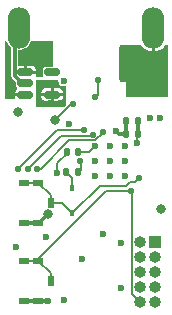
<source format=gbl>
G04 #@! TF.GenerationSoftware,KiCad,Pcbnew,(6.0.4-0)*
G04 #@! TF.CreationDate,2022-05-04T20:04:51-04:00*
G04 #@! TF.ProjectId,pico_ducky_pcb,7069636f-5f64-4756-936b-795f7063622e,rev?*
G04 #@! TF.SameCoordinates,Original*
G04 #@! TF.FileFunction,Copper,L4,Bot*
G04 #@! TF.FilePolarity,Positive*
%FSLAX46Y46*%
G04 Gerber Fmt 4.6, Leading zero omitted, Abs format (unit mm)*
G04 Created by KiCad (PCBNEW (6.0.4-0)) date 2022-05-04 20:04:51*
%MOMM*%
%LPD*%
G01*
G04 APERTURE LIST*
G04 Aperture macros list*
%AMRoundRect*
0 Rectangle with rounded corners*
0 $1 Rounding radius*
0 $2 $3 $4 $5 $6 $7 $8 $9 X,Y pos of 4 corners*
0 Add a 4 corners polygon primitive as box body*
4,1,4,$2,$3,$4,$5,$6,$7,$8,$9,$2,$3,0*
0 Add four circle primitives for the rounded corners*
1,1,$1+$1,$2,$3*
1,1,$1+$1,$4,$5*
1,1,$1+$1,$6,$7*
1,1,$1+$1,$8,$9*
0 Add four rect primitives between the rounded corners*
20,1,$1+$1,$2,$3,$4,$5,0*
20,1,$1+$1,$4,$5,$6,$7,0*
20,1,$1+$1,$6,$7,$8,$9,0*
20,1,$1+$1,$8,$9,$2,$3,0*%
G04 Aperture macros list end*
G04 #@! TA.AperFunction,ComponentPad*
%ADD10C,0.600000*%
G04 #@! TD*
G04 #@! TA.AperFunction,ComponentPad*
%ADD11O,1.900000X3.500000*%
G04 #@! TD*
G04 #@! TA.AperFunction,SMDPad,CuDef*
%ADD12R,0.812800X0.508000*%
G04 #@! TD*
G04 #@! TA.AperFunction,SMDPad,CuDef*
%ADD13R,0.508000X0.889000*%
G04 #@! TD*
G04 #@! TA.AperFunction,SMDPad,CuDef*
%ADD14RoundRect,0.150000X-0.512500X-0.150000X0.512500X-0.150000X0.512500X0.150000X-0.512500X0.150000X0*%
G04 #@! TD*
G04 #@! TA.AperFunction,SMDPad,CuDef*
%ADD15RoundRect,0.140000X0.140000X0.170000X-0.140000X0.170000X-0.140000X-0.170000X0.140000X-0.170000X0*%
G04 #@! TD*
G04 #@! TA.AperFunction,SMDPad,CuDef*
%ADD16R,0.450000X0.600000*%
G04 #@! TD*
G04 #@! TA.AperFunction,SMDPad,CuDef*
%ADD17RoundRect,0.135000X0.135000X0.185000X-0.135000X0.185000X-0.135000X-0.185000X0.135000X-0.185000X0*%
G04 #@! TD*
G04 #@! TA.AperFunction,ComponentPad*
%ADD18R,1.000000X1.000000*%
G04 #@! TD*
G04 #@! TA.AperFunction,ComponentPad*
%ADD19O,1.000000X1.000000*%
G04 #@! TD*
G04 #@! TA.AperFunction,ViaPad*
%ADD20C,0.600000*%
G04 #@! TD*
G04 #@! TA.AperFunction,ViaPad*
%ADD21C,0.800000*%
G04 #@! TD*
G04 #@! TA.AperFunction,ViaPad*
%ADD22C,0.550000*%
G04 #@! TD*
G04 #@! TA.AperFunction,Conductor*
%ADD23C,0.300000*%
G04 #@! TD*
G04 #@! TA.AperFunction,Conductor*
%ADD24C,0.200000*%
G04 #@! TD*
G04 #@! TA.AperFunction,Conductor*
%ADD25C,0.150000*%
G04 #@! TD*
G04 APERTURE END LIST*
D10*
X89000000Y-55675000D03*
X90275000Y-54400000D03*
X89000000Y-53125000D03*
X90275000Y-53125000D03*
X90275000Y-55675000D03*
X89000000Y-54400000D03*
X87725000Y-55675000D03*
X87725000Y-53125000D03*
X87725000Y-54400000D03*
D11*
X81300000Y-43100000D03*
X92700000Y-43100000D03*
D12*
X81754201Y-59600002D03*
X81754201Y-56199998D03*
X82954199Y-56199998D03*
D13*
X84004199Y-57900000D03*
D12*
X82954199Y-59600002D03*
D14*
X81862500Y-48750000D03*
X81862500Y-47800000D03*
X81862500Y-46850000D03*
X84137500Y-46850000D03*
X84137500Y-48750000D03*
D15*
X91380000Y-52100000D03*
X90420000Y-52100000D03*
X91380000Y-51000000D03*
X90420000Y-51000000D03*
D16*
X85850000Y-58800000D03*
X85850000Y-56700000D03*
D12*
X81754201Y-66250002D03*
X81754201Y-62849998D03*
X82954199Y-62849998D03*
D13*
X84004199Y-64550000D03*
D12*
X82954199Y-66250002D03*
D17*
X86360000Y-55300000D03*
X85340000Y-55300000D03*
D15*
X86330000Y-53600000D03*
X85370000Y-53600000D03*
D18*
X92860000Y-61200000D03*
D19*
X91590000Y-61200000D03*
X92860000Y-62470000D03*
X91590000Y-62470000D03*
X92860000Y-63740000D03*
X91590000Y-63740000D03*
X92860000Y-65010000D03*
X91590000Y-65010000D03*
X92860000Y-66280000D03*
X91590000Y-66280000D03*
D20*
X86650000Y-62700000D03*
X85100000Y-66150000D03*
D21*
X92750000Y-46000000D03*
X91500000Y-46000000D03*
X83800000Y-58850000D03*
D20*
X83800000Y-66250000D03*
X81070000Y-61700000D03*
X89950000Y-65100000D03*
D21*
X81200000Y-50200000D03*
D20*
X85100000Y-47600000D03*
X91350000Y-52850000D03*
D21*
X92750000Y-47750000D03*
X91500000Y-47750000D03*
D20*
X89980000Y-61300000D03*
D21*
X80700000Y-48300000D03*
X82200000Y-45300000D03*
D20*
X84900000Y-49500000D03*
X88480000Y-60600000D03*
X83200000Y-49500000D03*
X84050000Y-49500000D03*
X93300000Y-50700000D03*
X89575000Y-51875000D03*
X92450000Y-50700000D03*
X85575000Y-51275000D03*
X84550000Y-55400000D03*
D21*
X93310000Y-58460000D03*
D20*
X83650000Y-60800000D03*
D22*
X86870000Y-51790000D03*
X81250000Y-55050000D03*
X91500000Y-55800000D03*
X85870000Y-49550000D03*
D21*
X84353008Y-50895359D03*
D22*
X86450000Y-54400000D03*
X90800000Y-56900000D03*
X82850000Y-55050000D03*
X88400000Y-51900000D03*
X82050000Y-55050000D03*
X87600000Y-52170000D03*
X87800000Y-49000000D03*
X88000000Y-47500000D03*
D23*
X81759321Y-66255122D02*
X83794878Y-66255122D01*
D24*
X87250000Y-53600000D02*
X87725000Y-53125000D01*
D23*
X91380000Y-51000000D02*
X91380000Y-52100000D01*
X81584994Y-47800000D02*
X80950480Y-47165486D01*
D24*
X86170000Y-53600000D02*
X87250000Y-53600000D01*
D23*
X83794878Y-66255122D02*
X83800000Y-66250000D01*
X80950480Y-47165486D02*
X80950480Y-43449520D01*
D24*
X91330000Y-52100000D02*
X91330000Y-52830000D01*
D23*
X83049998Y-59600002D02*
X83800000Y-58850000D01*
D24*
X91330000Y-52830000D02*
X91350000Y-52850000D01*
D23*
X81759321Y-59605122D02*
X82949079Y-59605122D01*
X90420000Y-52100000D02*
X89800000Y-52100000D01*
X89800000Y-52100000D02*
X89575000Y-51875000D01*
D24*
X85530000Y-53600000D02*
X84550000Y-54580000D01*
D23*
X90420000Y-51000000D02*
X90420000Y-52100000D01*
D24*
X84550000Y-54580000D02*
X84550000Y-55400000D01*
D25*
X85340000Y-55300000D02*
X85850000Y-55810000D01*
X85850000Y-55810000D02*
X85850000Y-56700000D01*
X81250000Y-55050000D02*
X84510000Y-51790000D01*
X84510000Y-51790000D02*
X86870000Y-51790000D01*
X84950000Y-57900000D02*
X85850000Y-58800000D01*
X84004199Y-57249998D02*
X84004199Y-57900000D01*
X91150489Y-56149511D02*
X90750489Y-56149511D01*
X84004199Y-57900000D02*
X84950000Y-57900000D01*
X91500000Y-55800000D02*
X91150489Y-56149511D01*
X81754201Y-56199998D02*
X82954199Y-56199998D01*
X82954199Y-56199998D02*
X84004199Y-57249998D01*
X90400000Y-56500000D02*
X88150000Y-56500000D01*
X88150000Y-56500000D02*
X85850000Y-58800000D01*
X90750489Y-56149511D02*
X90400000Y-56500000D01*
X86550000Y-54400000D02*
X86550000Y-55110000D01*
X85870000Y-49550000D02*
X85698367Y-49550000D01*
X85698367Y-49550000D02*
X84353008Y-50895359D01*
X90915489Y-57015489D02*
X90800000Y-56900000D01*
X91590000Y-66280000D02*
X90915489Y-65605489D01*
X88700000Y-56900000D02*
X90800000Y-56900000D01*
X82954199Y-62849998D02*
X84004199Y-63899998D01*
X81754201Y-62849998D02*
X82954199Y-62849998D01*
X82954199Y-62849998D02*
X82954199Y-62645801D01*
X90915489Y-65605489D02*
X90915489Y-57015489D01*
X82954199Y-62645801D02*
X88700000Y-56900000D01*
X84004199Y-63899998D02*
X84004199Y-64550000D01*
X82850000Y-55050000D02*
X83150000Y-55050000D01*
X85580489Y-52619511D02*
X87786195Y-52619511D01*
X83150000Y-55050000D02*
X85580489Y-52619511D01*
X87786195Y-52619511D02*
X88400000Y-52005706D01*
X88400000Y-52005706D02*
X88400000Y-51900000D01*
X82050000Y-55050000D02*
X84860489Y-52239511D01*
X87530489Y-52239511D02*
X87600000Y-52170000D01*
X84860489Y-52239511D02*
X87530489Y-52239511D01*
X88000000Y-48800000D02*
X88000000Y-47500000D01*
X87800000Y-49000000D02*
X88000000Y-48800000D01*
G04 #@! TA.AperFunction,Conductor*
G36*
X91666676Y-44528427D02*
G01*
X91668438Y-44530888D01*
X91668507Y-44530846D01*
X91669346Y-44532215D01*
X91801102Y-44708659D01*
X91801809Y-44709445D01*
X91963520Y-44858928D01*
X91964364Y-44859576D01*
X92150601Y-44977082D01*
X92151550Y-44977566D01*
X92356088Y-45059168D01*
X92357102Y-45059469D01*
X92570718Y-45101959D01*
X92572464Y-45101612D01*
X92573000Y-45100809D01*
X92573000Y-44525000D01*
X92827000Y-44525000D01*
X92827000Y-45097583D01*
X92827682Y-45099228D01*
X92828645Y-45099627D01*
X93012423Y-45068048D01*
X93013455Y-45067772D01*
X93220058Y-44991552D01*
X93221015Y-44991095D01*
X93410266Y-44878502D01*
X93411126Y-44877878D01*
X93576686Y-44732685D01*
X93577428Y-44731902D01*
X93713751Y-44558979D01*
X93714336Y-44558078D01*
X93728450Y-44531252D01*
X93735335Y-44525526D01*
X93738804Y-44525000D01*
X93818461Y-44525000D01*
X93821489Y-44525399D01*
X93890828Y-44543978D01*
X93897932Y-44549429D01*
X93899500Y-44555279D01*
X93899500Y-48969721D01*
X93896073Y-48977994D01*
X93890828Y-48981022D01*
X93821489Y-48999601D01*
X93818461Y-49000000D01*
X90531539Y-49000000D01*
X90528511Y-48999601D01*
X90443028Y-48976696D01*
X90437783Y-48973668D01*
X90376332Y-48912217D01*
X90373304Y-48906972D01*
X90350399Y-48821489D01*
X90350000Y-48818461D01*
X90350000Y-47650000D01*
X90006539Y-47650000D01*
X90003511Y-47649601D01*
X89918028Y-47626696D01*
X89912783Y-47623668D01*
X89851332Y-47562217D01*
X89848304Y-47556972D01*
X89825399Y-47471489D01*
X89825000Y-47468461D01*
X89825000Y-44706539D01*
X89825399Y-44703511D01*
X89848304Y-44618028D01*
X89851332Y-44612783D01*
X89912783Y-44551332D01*
X89918028Y-44548304D01*
X90003511Y-44525399D01*
X90006539Y-44525000D01*
X91658403Y-44525000D01*
X91666676Y-44528427D01*
G37*
G04 #@! TD.AperFunction*
G04 #@! TA.AperFunction,Conductor*
G36*
X80258290Y-44253009D02*
G01*
X80275710Y-44282375D01*
X80282881Y-44306819D01*
X80284385Y-44309739D01*
X80376652Y-44488887D01*
X80376655Y-44488891D01*
X80378159Y-44491812D01*
X80506699Y-44655451D01*
X80636203Y-44767829D01*
X80659980Y-44819943D01*
X80659980Y-47112625D01*
X80659582Y-47118051D01*
X80658118Y-47122314D01*
X80658357Y-47128682D01*
X80658357Y-47128683D01*
X80659931Y-47170606D01*
X80659980Y-47173195D01*
X80659980Y-47192505D01*
X80660560Y-47195623D01*
X80660853Y-47198794D01*
X80660699Y-47198808D01*
X80661138Y-47202770D01*
X80662178Y-47230458D01*
X80664693Y-47236311D01*
X80664693Y-47236312D01*
X80667743Y-47243410D01*
X80672181Y-47258017D01*
X80674762Y-47271877D01*
X80679640Y-47279790D01*
X80689300Y-47295461D01*
X80693961Y-47304433D01*
X80702974Y-47325413D01*
X80702976Y-47325416D01*
X80704898Y-47329890D01*
X80708775Y-47334610D01*
X80715204Y-47341039D01*
X80725149Y-47353618D01*
X80731549Y-47364001D01*
X80736620Y-47367857D01*
X80755449Y-47382175D01*
X80762474Y-47388309D01*
X81039290Y-47665125D01*
X81059500Y-47713915D01*
X81059500Y-47993158D01*
X81062514Y-48018489D01*
X81064615Y-48023218D01*
X81103857Y-48111568D01*
X81103859Y-48111570D01*
X81106444Y-48117391D01*
X81110952Y-48121891D01*
X81140834Y-48151721D01*
X81161086Y-48200494D01*
X81140919Y-48249302D01*
X81123412Y-48262033D01*
X81114413Y-48266618D01*
X81105734Y-48272924D01*
X81022924Y-48355734D01*
X81016617Y-48364415D01*
X80963451Y-48468759D01*
X80960134Y-48478968D01*
X80946425Y-48565523D01*
X80946000Y-48570917D01*
X80946000Y-48609276D01*
X80950020Y-48618980D01*
X80959724Y-48623000D01*
X81920500Y-48623000D01*
X81969290Y-48643210D01*
X81989500Y-48692000D01*
X81989500Y-48808000D01*
X81969290Y-48856790D01*
X81920500Y-48877000D01*
X80959725Y-48877000D01*
X80950021Y-48881020D01*
X80946001Y-48890724D01*
X80946001Y-48929078D01*
X80946425Y-48934474D01*
X80960003Y-49020207D01*
X80947674Y-49071558D01*
X80902645Y-49099151D01*
X80891852Y-49100000D01*
X80209500Y-49100000D01*
X80160710Y-49079790D01*
X80140500Y-49031000D01*
X80140500Y-44301799D01*
X80160710Y-44253009D01*
X80209500Y-44232799D01*
X80258290Y-44253009D01*
G37*
G04 #@! TD.AperFunction*
G04 #@! TA.AperFunction,Conductor*
G36*
X84179790Y-44220210D02*
G01*
X84200000Y-44269000D01*
X84200000Y-46340500D01*
X84179790Y-46389290D01*
X84131000Y-46409500D01*
X83581842Y-46409500D01*
X83556511Y-46412514D01*
X83510582Y-46432914D01*
X83463432Y-46453857D01*
X83463430Y-46453859D01*
X83457609Y-46456444D01*
X83381153Y-46533034D01*
X83337395Y-46632013D01*
X83334500Y-46656842D01*
X83334500Y-47043158D01*
X83337514Y-47068489D01*
X83339615Y-47073218D01*
X83378857Y-47161568D01*
X83378859Y-47161570D01*
X83381444Y-47167391D01*
X83385952Y-47171891D01*
X83385954Y-47171894D01*
X83396245Y-47182167D01*
X83416498Y-47230939D01*
X83396331Y-47279747D01*
X83347498Y-47300000D01*
X82788159Y-47300000D01*
X82739369Y-47279790D01*
X82719159Y-47231000D01*
X82726680Y-47199675D01*
X82761549Y-47131241D01*
X82764866Y-47121032D01*
X82778575Y-47034477D01*
X82779000Y-47029083D01*
X82779000Y-46990724D01*
X82774980Y-46981020D01*
X82765276Y-46977000D01*
X81804500Y-46977000D01*
X81755710Y-46956790D01*
X81735500Y-46908000D01*
X81735500Y-46709276D01*
X81989500Y-46709276D01*
X81993520Y-46718980D01*
X82003224Y-46723000D01*
X82765275Y-46723000D01*
X82774979Y-46718980D01*
X82778999Y-46709276D01*
X82778999Y-46670922D01*
X82778575Y-46665526D01*
X82764865Y-46578962D01*
X82761550Y-46568762D01*
X82708383Y-46464415D01*
X82702076Y-46455734D01*
X82619266Y-46372924D01*
X82610585Y-46366617D01*
X82506241Y-46313451D01*
X82496032Y-46310134D01*
X82409477Y-46296425D01*
X82404083Y-46296000D01*
X82003224Y-46296000D01*
X81993520Y-46300020D01*
X81989500Y-46309724D01*
X81989500Y-46709276D01*
X81735500Y-46709276D01*
X81735500Y-46309725D01*
X81731480Y-46300021D01*
X81721776Y-46296001D01*
X81320921Y-46296001D01*
X81315390Y-46296436D01*
X81265166Y-46280114D01*
X81240980Y-46227648D01*
X81240980Y-45060287D01*
X81261190Y-45011497D01*
X81306790Y-44991361D01*
X81451074Y-44984683D01*
X81451077Y-44984683D01*
X81454352Y-44984531D01*
X81457541Y-44983762D01*
X81457544Y-44983762D01*
X81653452Y-44936548D01*
X81656647Y-44935778D01*
X81846073Y-44849651D01*
X81932334Y-44788462D01*
X82013117Y-44731159D01*
X82013121Y-44731155D01*
X82015796Y-44729258D01*
X82159691Y-44578943D01*
X82272566Y-44404130D01*
X82337420Y-44243208D01*
X82374402Y-44205509D01*
X82401418Y-44200000D01*
X84131000Y-44200000D01*
X84179790Y-44220210D01*
G37*
G04 #@! TD.AperFunction*
G04 #@! TA.AperFunction,Conductor*
G36*
X84647155Y-47514352D02*
G01*
X84661507Y-47549000D01*
X84660924Y-47556534D01*
X84655003Y-47594563D01*
X84655455Y-47598020D01*
X84655455Y-47598023D01*
X84667847Y-47692785D01*
X84671364Y-47719677D01*
X84722182Y-47835171D01*
X84724428Y-47837843D01*
X84724430Y-47837846D01*
X84733687Y-47848858D01*
X84803373Y-47931759D01*
X84908410Y-48001678D01*
X85028848Y-48039305D01*
X85032338Y-48039369D01*
X85063972Y-48039949D01*
X85155006Y-48041617D01*
X85163487Y-48039305D01*
X85238112Y-48018960D01*
X85275315Y-48023693D01*
X85298275Y-48053347D01*
X85300000Y-48066235D01*
X85300000Y-49623308D01*
X85285648Y-49657956D01*
X85157956Y-49785648D01*
X85123308Y-49800000D01*
X82849000Y-49800000D01*
X82814352Y-49785648D01*
X82800000Y-49751000D01*
X82800000Y-48929870D01*
X83221001Y-48929870D01*
X83221302Y-48933693D01*
X83235381Y-49022591D01*
X83237735Y-49029836D01*
X83292331Y-49136987D01*
X83296811Y-49143153D01*
X83381847Y-49228189D01*
X83388013Y-49232669D01*
X83495164Y-49287265D01*
X83502410Y-49289619D01*
X83591307Y-49303699D01*
X83595129Y-49304000D01*
X84000753Y-49304000D01*
X84007645Y-49301145D01*
X84010500Y-49294253D01*
X84010500Y-49294252D01*
X84264500Y-49294252D01*
X84267355Y-49301144D01*
X84274247Y-49303999D01*
X84679870Y-49303999D01*
X84683693Y-49303698D01*
X84772591Y-49289619D01*
X84779836Y-49287265D01*
X84886987Y-49232669D01*
X84893153Y-49228189D01*
X84978189Y-49143153D01*
X84982669Y-49136987D01*
X85037265Y-49029836D01*
X85039619Y-49022590D01*
X85053699Y-48933693D01*
X85054000Y-48929871D01*
X85054000Y-48886747D01*
X85051145Y-48879855D01*
X85044253Y-48877000D01*
X84274247Y-48877000D01*
X84267355Y-48879855D01*
X84264500Y-48886747D01*
X84264500Y-49294252D01*
X84010500Y-49294252D01*
X84010500Y-48886747D01*
X84007645Y-48879855D01*
X84000753Y-48877000D01*
X83230748Y-48877000D01*
X83223856Y-48879855D01*
X83221001Y-48886747D01*
X83221001Y-48929870D01*
X82800000Y-48929870D01*
X82800000Y-48613253D01*
X83221000Y-48613253D01*
X83223855Y-48620145D01*
X83230747Y-48623000D01*
X84000753Y-48623000D01*
X84007645Y-48620145D01*
X84010500Y-48613253D01*
X84264500Y-48613253D01*
X84267355Y-48620145D01*
X84274247Y-48623000D01*
X85044252Y-48623000D01*
X85051144Y-48620145D01*
X85053999Y-48613253D01*
X85053999Y-48570130D01*
X85053698Y-48566307D01*
X85039619Y-48477409D01*
X85037265Y-48470164D01*
X84982669Y-48363013D01*
X84978189Y-48356847D01*
X84893153Y-48271811D01*
X84886987Y-48267331D01*
X84779836Y-48212735D01*
X84772590Y-48210381D01*
X84683693Y-48196301D01*
X84679871Y-48196000D01*
X84274247Y-48196000D01*
X84267355Y-48198855D01*
X84264500Y-48205747D01*
X84264500Y-48613253D01*
X84010500Y-48613253D01*
X84010500Y-48205748D01*
X84007645Y-48198856D01*
X84000753Y-48196001D01*
X83595130Y-48196001D01*
X83591307Y-48196302D01*
X83502409Y-48210381D01*
X83495164Y-48212735D01*
X83388013Y-48267331D01*
X83381847Y-48271811D01*
X83296811Y-48356847D01*
X83292331Y-48363013D01*
X83237735Y-48470164D01*
X83235381Y-48477410D01*
X83221301Y-48566307D01*
X83221000Y-48570129D01*
X83221000Y-48613253D01*
X82800000Y-48613253D01*
X82800000Y-47549000D01*
X82814352Y-47514352D01*
X82849000Y-47500000D01*
X84612507Y-47500000D01*
X84647155Y-47514352D01*
G37*
G04 #@! TD.AperFunction*
M02*

</source>
